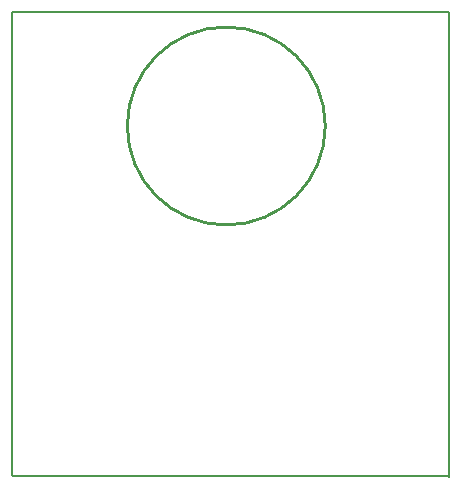
<source format=gko>
G04*
G04 #@! TF.GenerationSoftware,Altium Limited,Altium Designer,18.1.9 (240)*
G04*
G04 Layer_Color=16711935*
%FSLAX44Y44*%
%MOMM*%
G71*
G01*
G75*
%ADD10C,0.2540*%
%ADD25C,0.1270*%
D10*
X954691Y1039426D02*
G03*
X954691Y1039426I-83820J0D01*
G01*
D25*
X689234Y743602D02*
Y1136019D01*
Y743602D02*
X690050Y742786D01*
X1059661D01*
X1059864Y742583D01*
Y1135612D01*
X1059457Y1136019D02*
X1059864Y1135612D01*
X689234Y1136019D02*
X1059457D01*
M02*

</source>
